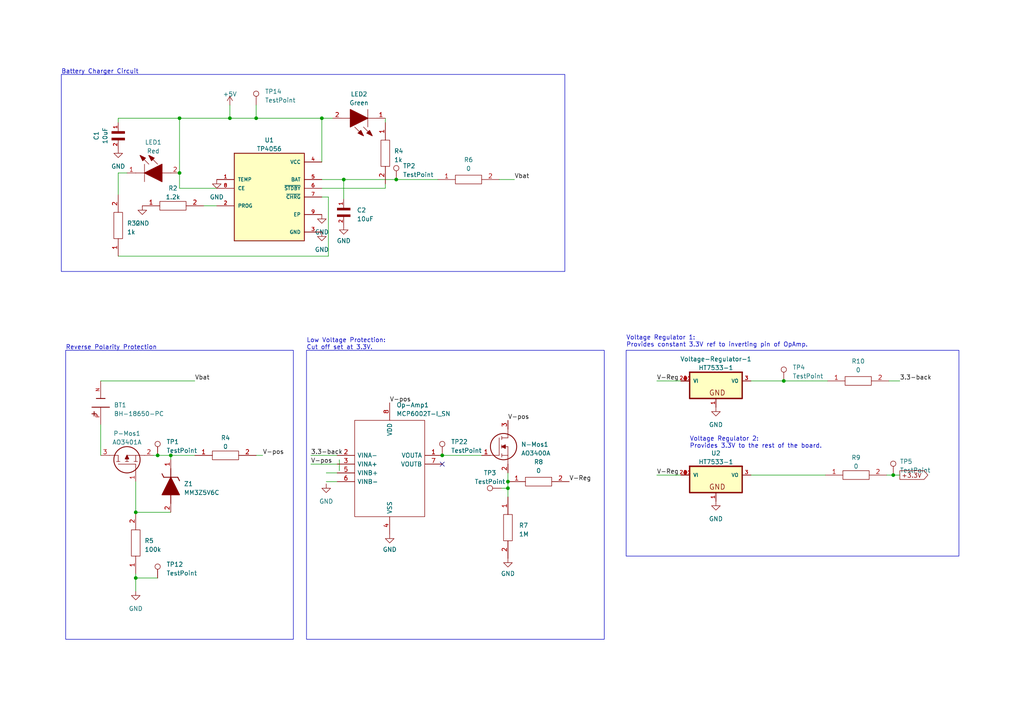
<source format=kicad_sch>
(kicad_sch (version 20230121) (generator eeschema)
  (paper "A4")
  (title_block (title "Power Schematic") (date "2023-03-11") (company "UCT") (comment 2 "EEE3088F Design Project") (comment 3 "Authour: Jake Wesselink"))
  (lib_symbols
    (symbol "0402WGF0000TCE:0402WGF0000TCE" (pin_names (offset 0.762))
      (property "Reference" "R" (at 13.97 6.35 0))
      (property "Value" "0402WGF0000TCE" (at 13.97 3.81 0))
      (symbol "0402WGF0000TCE_0_0"
        (pin passive line (at 0 0 0) (length 5.08) (name "~") (number "1"))
        (pin passive line (at 17.78 0 180) (length 5.08) (name "~") (number "2"))
      )
      (symbol "0402WGF0000TCE_0_1"
        (polyline (pts (xy 5.08 1.27) (xy 12.7 1.27) (xy 12.7 -1.27) (xy 5.08 -1.27) (xy 5.08 1.27)) (stroke (width 0.1524)))
      )
    )
    (symbol "0402WGF1001TCE:0402WGF1001TCE" (pin_names (offset 0.762))
      (property "Reference" "R" (at 13.97 6.35 0))
      (property "Value" "0402WGF1001TCE" (at 13.97 3.81 0))
      (symbol "0402WGF1001TCE_0_0"
        (pin passive line (at 0 0 0) (length 5.08) (name "~") (number "1"))
        (pin passive line (at 17.78 0 180) (length 5.08) (name "~") (number "2"))
      )
      (symbol "0402WGF1001TCE_0_1"
        (polyline (pts (xy 5.08 1.27) (xy 12.7 1.27) (xy 12.7 -1.27) (xy 5.08 -1.27) (xy 5.08 1.27)) (stroke (width 0.1524)))
      )
    )
    (symbol "0603WAF1201T5E:0603WAF1201T5E" (pin_names (offset 0.762))
      (property "Reference" "R" (at 13.97 6.35 0))
      (property "Value" "0603WAF1201T5E" (at 13.97 3.81 0))
      (symbol "0603WAF1201T5E_0_0"
        (pin passive line (at 0 0 0) (length 5.08) (name "~") (number "1"))
        (pin passive line (at 17.78 0 180) (length 5.08) (name "~") (number "2"))
      )
      (symbol "0603WAF1201T5E_0_1"
        (polyline (pts (xy 5.08 1.27) (xy 12.7 1.27) (xy 12.7 -1.27) (xy 5.08 -1.27) (xy 5.08 1.27)) (stroke (width 0.1524)))
      )
    )
    (symbol "0805W8F1004T5E:0805W8F1004T5E" (pin_names (offset 0.762))
      (property "Reference" "R" (at 13.97 6.35 0))
      (property "Value" "0805W8F1004T5E" (at 13.97 3.81 0))
      (symbol "0805W8F1004T5E_0_0"
        (pin passive line (at 0 0 0) (length 5.08) (name "~") (number "1"))
        (pin passive line (at 17.78 0 180) (length 5.08) (name "~") (number "2"))
      )
      (symbol "0805W8F1004T5E_0_1"
        (polyline (pts (xy 5.08 1.27) (xy 12.7 1.27) (xy 12.7 -1.27) (xy 5.08 -1.27) (xy 5.08 1.27)) (stroke (width 0.1524)))
      )
    )
    (symbol "1206W4F1003T5E:1206W4F1003T5E" (pin_names (offset 0.762))
      (property "Reference" "R" (at 13.97 6.35 0))
      (property "Value" "1206W4F1003T5E" (at 13.97 3.81 0))
      (symbol "1206W4F1003T5E_0_0"
        (pin passive line (at 0 0 0) (length 5.08) (name "~") (number "1"))
        (pin passive line (at 17.78 0 180) (length 5.08) (name "~") (number "2"))
      )
      (symbol "1206W4F1003T5E_0_1"
        (polyline (pts (xy 5.08 1.27) (xy 12.7 1.27) (xy 12.7 -1.27) (xy 5.08 -1.27) (xy 5.08 1.27)) (stroke (width 0.1524)))
      )
    )
    (symbol "19-217_GHC-YR1S2_3T:19-217_GHC-YR1S2_3T" (pin_names (offset 0.762))
      (property "Reference" "LED" (at 12.7 8.89 0))
      (property "Value" "19-217_GHC-YR1S2_3T" (at 12.7 6.35 0))
      (symbol "19-217_GHC-YR1S2_3T_0_0"
        (pin passive line (at 0 0 0) (length 2.54) (name "~") (number "1"))
        (pin passive line (at 15.24 0 180) (length 2.54) (name "~") (number "2"))
      )
      (symbol "19-217_GHC-YR1S2_3T_0_1"
        (polyline (pts (xy 2.54 0) (xy 5.08 0)) (stroke (width 0.1524)))
        (polyline (pts (xy 5.08 2.54) (xy 5.08 -2.54)) (stroke (width 0.1524)))
        (polyline (pts (xy 6.35 2.54) (xy 3.81 5.08)) (stroke (width 0.1524)))
        (polyline (pts (xy 8.89 2.54) (xy 6.35 5.08)) (stroke (width 0.1524)))
        (polyline (pts (xy 10.16 0) (xy 12.7 0)) (stroke (width 0.1524)))
        (polyline (pts (xy 5.08 0) (xy 10.16 2.54) (xy 10.16 -2.54) (xy 5.08 0)) (stroke (width 0.254)) (fill (type outline)))
        (polyline (pts (xy 5.334 4.318) (xy 4.572 3.556) (xy 3.81 5.08) (xy 5.334 4.318)) (stroke (width 0.254)) (fill (type outline)))
        (polyline (pts (xy 7.874 4.318) (xy 7.112 3.556) (xy 6.35 5.08) (xy 7.874 4.318)) (stroke (width 0.254)) (fill (type outline)))
      )
    )
    (symbol "AO3400A:AO3400A" (pin_names (offset 0.762))
      (property "Reference" "Q" (at 11.43 3.81 0))
      (property "Value" "AO3400A" (at 11.43 1.27 0))
      (symbol "AO3400A_0_0"
        (pin passive line (at 0 0 0) (length 2.54) (name "~") (number "1"))
        (pin passive line (at 7.62 -5.08 90) (length 2.54) (name "~") (number "2"))
        (pin passive line (at 7.62 10.16 270) (length 2.54) (name "~") (number "3"))
      )
      (symbol "AO3400A_0_1"
        (polyline (pts (xy 5.842 -0.508) (xy 5.842 0.508)) (stroke (width 0.1524)))
        (polyline (pts (xy 5.842 0) (xy 7.62 0)) (stroke (width 0.1524)))
        (polyline (pts (xy 5.842 2.032) (xy 5.842 3.048)) (stroke (width 0.1524)))
        (polyline (pts (xy 5.842 5.588) (xy 5.842 4.572)) (stroke (width 0.1524)))
        (polyline (pts (xy 7.62 2.54) (xy 5.842 2.54)) (stroke (width 0.1524)))
        (polyline (pts (xy 7.62 2.54) (xy 7.62 -2.54)) (stroke (width 0.1524)))
        (polyline (pts (xy 7.62 5.08) (xy 5.842 5.08)) (stroke (width 0.1524)))
        (polyline (pts (xy 7.62 5.08) (xy 7.62 7.62)) (stroke (width 0.1524)))
        (polyline (pts (xy 2.54 0) (xy 5.08 0) (xy 5.08 5.08)) (stroke (width 0.1524)))
        (polyline (pts (xy 5.842 2.54) (xy 6.858 3.048) (xy 6.858 2.032) (xy 5.842 2.54)) (stroke (width 0.254)) (fill (type outline)))
        (circle (center 6.35 2.54) (radius 3.81) (stroke (width 0.254)))
      )
    )
    (symbol "AO3401A:AO3401A" (pin_names (offset 0.762))
      (property "Reference" "Q" (at 11.43 3.81 0))
      (property "Value" "AO3401A" (at 11.43 1.27 0))
      (symbol "AO3401A_0_0"
        (pin passive line (at 0 0 0) (length 2.54) (name "~") (number "1"))
        (pin passive line (at 7.62 -5.08 90) (length 2.54) (name "~") (number "2"))
        (pin passive line (at 7.62 10.16 270) (length 2.54) (name "~") (number "3"))
      )
      (symbol "AO3401A_0_1"
        (polyline (pts (xy 5.842 -0.508) (xy 5.842 0.508)) (stroke (width 0.1524)))
        (polyline (pts (xy 5.842 0) (xy 7.62 0)) (stroke (width 0.1524)))
        (polyline (pts (xy 5.842 2.032) (xy 5.842 3.048)) (stroke (width 0.1524)))
        (polyline (pts (xy 5.842 5.588) (xy 5.842 4.572)) (stroke (width 0.1524)))
        (polyline (pts (xy 7.62 2.54) (xy 5.842 2.54)) (stroke (width 0.1524)))
        (polyline (pts (xy 7.62 2.54) (xy 7.62 -2.54)) (stroke (width 0.1524)))
        (polyline (pts (xy 7.62 5.08) (xy 5.842 5.08)) (stroke (width 0.1524)))
        (polyline (pts (xy 7.62 5.08) (xy 7.62 7.62)) (stroke (width 0.1524)))
        (polyline (pts (xy 2.54 0) (xy 5.08 0) (xy 5.08 5.08)) (stroke (width 0.1524)))
        (polyline (pts (xy 7.62 2.54) (xy 6.604 3.048) (xy 6.604 2.032) (xy 7.62 2.54)) (stroke (width 0.254)) (fill (type outline)))
        (circle (center 6.35 2.54) (radius 3.81) (stroke (width 0.254)))
      )
    )
    (symbol "BH-18650-PC:BH-18650-PC" (pin_names (offset 1.016))
      (property "Reference" "BT" (at -3.81 3.81 0))
      (property "Value" "BH-18650-PC" (at -3.81 -5.08 0))
      (symbol "BH-18650-PC_0_0"
        (polyline (pts (xy -5.08 1.905) (xy -3.81 1.905)) (stroke (width 0.254)))
        (polyline (pts (xy -4.445 2.54) (xy -4.445 1.27)) (stroke (width 0.254)))
        (polyline (pts (xy -2.54 2.54) (xy -2.54 -2.54)) (stroke (width 0.254)))
        (polyline (pts (xy 0 1.27) (xy 0 -1.27)) (stroke (width 0.254)))
        (pin passive line (at 5.08 0 180) (length 5.08) (name "~") (number "N"))
        (pin passive line (at -7.62 0 0) (length 5.08) (name "~") (number "P"))
      )
    )
    (symbol "CL10A106KP8NNNC:CL10A106KP8NNNC" (pin_names (offset 1.016))
      (property "Reference" "C" (at 0 3.81 0))
      (property "Value" "CL10A106KP8NNNC" (at 0 -5.08 0))
      (symbol "CL10A106KP8NNNC_0_0"
        (rectangle (start 0 -1.905) (end 0.635 1.905) (stroke (width 0.1)) (fill (type outline)))
        (rectangle (start 1.905 -1.905) (end 2.54 1.905) (stroke (width 0.1)) (fill (type outline)))
        (pin passive line (at 5.08 0 180) (length 2.54) (name "~") (number "1"))
        (pin passive line (at -2.54 0 0) (length 2.54) (name "~") (number "2"))
      )
    )
    (symbol "Connector:TestPoint" (pin_numbers hide) (pin_names (offset 0.762) hide)
      (property "Reference" "TP" (at 0 6.858 0))
      (property "Value" "TestPoint" (at 0 5.08 0))
      (symbol "TestPoint_0_1"
        (circle (center 0 3.302) (radius 0.762))
      )
      (symbol "TestPoint_1_1"
        (pin passive line (at 0 0 90) (length 2.54) (name "1") (number "1"))
      )
    )
    (symbol "HT7533-1:HT7533-1" (pin_names (offset 1.016))
      (property "Reference" "U" (at -7.6228 8.2581 0))
      (property "Value" "HT7533-1" (at -7.6342 5.7256 0))
      (symbol "HT7533-1_0_0"
        (rectangle (start -7.62 -2.54) (end 7.62 5.08) (stroke (width 0.4064)) (fill (type background)))
        (polyline (pts (xy 7.62 5.08) (xy -7.62 5.08)) (stroke (width 0.4064)))
        (text "GND" (at -2.036 -1.7815 0) (effects (font (size 1.527 1.527)) (justify left bottom)))
        (pin passive line (at 0 -5.08 90) (length 2.54) (name "~") (number "1"))
        (pin input line (at -10.16 2.54 0) (length 2.54) (name "VI") (number "2"))
        (pin input line (at -10.16 2.54 0) (length 2.54) (name "VI") (number "2@1"))
        (pin passive line (at 10.16 2.54 180) (length 2.54) (name "VO") (number "3"))
      )
    )
    (symbol "KT-0603R:KT-0603R" (pin_names (offset 0.762))
      (property "Reference" "LED" (at 12.7 8.89 0))
      (property "Value" "KT-0603R" (at 12.7 6.35 0))
      (symbol "KT-0603R_0_0"
        (pin passive line (at 0 0 0) (length 2.54) (name "~") (number "1"))
        (pin passive line (at 15.24 0 180) (length 2.54) (name "~") (number "2"))
      )
      (symbol "KT-0603R_0_1"
        (polyline (pts (xy 2.54 0) (xy 5.08 0)) (stroke (width 0.1524)))
        (polyline (pts (xy 5.08 2.54) (xy 5.08 -2.54)) (stroke (width 0.1524)))
        (polyline (pts (xy 6.35 2.54) (xy 3.81 5.08)) (stroke (width 0.1524)))
        (polyline (pts (xy 8.89 2.54) (xy 6.35 5.08)) (stroke (width 0.1524)))
        (polyline (pts (xy 10.16 0) (xy 12.7 0)) (stroke (width 0.1524)))
        (polyline (pts (xy 5.08 0) (xy 10.16 2.54) (xy 10.16 -2.54) (xy 5.08 0)) (stroke (width 0.254)) (fill (type outline)))
        (polyline (pts (xy 5.334 4.318) (xy 4.572 3.556) (xy 3.81 5.08) (xy 5.334 4.318)) (stroke (width 0.254)) (fill (type outline)))
        (polyline (pts (xy 7.874 4.318) (xy 7.112 3.556) (xy 6.35 5.08) (xy 7.874 4.318)) (stroke (width 0.254)) (fill (type outline)))
      )
    )
    (symbol "MCP6002T-I_SN:MCP6002T-I_SN" (pin_names (offset 0.762))
      (property "Reference" "IC" (at 26.67 15.24 0))
      (property "Value" "MCP6002T-I_SN" (at 26.67 12.7 0))
      (symbol "MCP6002T-I_SN_0_0"
        (pin passive line (at 30.48 0 180) (length 5.08) (name "VOUTA") (number "1"))
        (pin passive line (at 0 0 0) (length 5.08) (name "VINA-") (number "2"))
        (pin passive line (at 0 -2.54 0) (length 5.08) (name "VINA+") (number "3"))
        (pin passive line (at 15.24 -22.86 90) (length 5.08) (name "VSS") (number "4"))
        (pin passive line (at 0 -5.08 0) (length 5.08) (name "VINB+") (number "5"))
        (pin passive line (at 0 -7.62 0) (length 5.08) (name "VINB-") (number "6"))
        (pin passive line (at 30.48 -2.54 180) (length 5.08) (name "VOUTB") (number "7"))
        (pin passive line (at 15.24 15.24 270) (length 5.08) (name "VDD") (number "8"))
      )
      (symbol "MCP6002T-I_SN_0_1"
        (polyline (pts (xy 5.08 10.16) (xy 25.4 10.16) (xy 25.4 -17.78) (xy 5.08 -17.78) (xy 5.08 10.16)) (stroke (width 0.1524)))
      )
    )
    (symbol "MM3Z5V6C:MM3Z5V6C" (pin_names hide)
      (property "Reference" "Z" (at 10.16 8.89 0))
      (property "Value" "MM3Z5V6C" (at 10.16 6.35 0))
      (symbol "MM3Z5V6C_1_1"
        (polyline (pts (xy 2.54 0) (xy 5.08 0)) (stroke (width 0.254)))
        (polyline (pts (xy 4.064 -2.54) (xy 5.08 -2.032)) (stroke (width 0.254)))
        (polyline (pts (xy 5.08 2.032) (xy 5.08 -2.032)) (stroke (width 0.254)))
        (polyline (pts (xy 5.08 2.032) (xy 6.096 2.54)) (stroke (width 0.254)))
        (polyline (pts (xy 12.7 0) (xy 10.16 0)) (stroke (width 0.254)))
        (polyline (pts (xy 5.08 0) (xy 10.16 2.54) (xy 10.16 -2.54) (xy 5.08 0)) (stroke (width 0.254)) (fill (type outline)))
        (pin passive line (at 0 0 0) (length 2.54) (name "K") (number "1"))
        (pin passive line (at 15.24 0 180) (length 2.54) (name "A") (number "2"))
      )
    )
    (symbol "TP4056:TP4056" (pin_names (offset 1.016))
      (property "Reference" "U" (at -10.16 13.208 0))
      (property "Value" "TP4056" (at -10.16 -15.24 0))
      (symbol "TP4056_0_0"
        (rectangle (start -10.16 -12.7) (end 10.16 12.7) (stroke (width 0.254)) (fill (type background)))
        (pin input line (at -15.24 5.08 0) (length 5.08) (name "TEMP") (number "1"))
        (pin bidirectional line (at -15.24 -2.54 0) (length 5.08) (name "PROG") (number "2"))
        (pin power_in line (at 15.24 -10.16 180) (length 5.08) (name "GND") (number "3"))
        (pin power_in line (at 15.24 10.16 180) (length 5.08) (name "VCC") (number "4"))
        (pin output line (at 15.24 5.08 180) (length 5.08) (name "BAT") (number "5"))
        (pin output line (at 15.24 2.54 180) (length 5.08) (name "~{STDBY}") (number "6"))
        (pin output line (at 15.24 0 180) (length 5.08) (name "~{CHRG}") (number "7"))
        (pin input line (at -15.24 2.54 0) (length 5.08) (name "CE") (number "8"))
        (pin passive line (at 15.24 -5.08 180) (length 5.08) (name "EP") (number "9"))
      )
    )
    (symbol "my 1k:0603WAF1001T5E" (pin_names (offset 0.762))
      (property "Reference" "R" (at 13.97 6.35 0))
      (property "Value" "0603WAF1001T5E" (at 13.97 3.81 0))
      (symbol "0603WAF1001T5E_0_0"
        (pin passive line (at 0 0 0) (length 5.08) (name "~") (number "1"))
        (pin passive line (at 17.78 0 180) (length 5.08) (name "~") (number "2"))
      )
      (symbol "0603WAF1001T5E_0_1"
        (polyline (pts (xy 5.08 1.27) (xy 12.7 1.27) (xy 12.7 -1.27) (xy 5.08 -1.27) (xy 5.08 1.27)) (stroke (width 0.1524)))
      )
    )
    (symbol "power:+5V" (power) (pin_names (offset 0))
      (property "Value" "+5V" (at 0 3.556 0))
      (symbol "+5V_0_1"
        (polyline (pts (xy -0.762 1.27) (xy 0 2.54)))
        (polyline (pts (xy 0 0) (xy 0 2.54)))
        (polyline (pts (xy 0 2.54) (xy 0.762 1.27)))
      )
      (symbol "+5V_1_1"
        (pin power_in line (at 0 0 90) (length 0) hide (name "+5V") (number "1"))
      )
    )
    (symbol "power:GND" (power) (pin_names (offset 0))
      (property "Value" "GND" (at 0 -3.81 0))
      (symbol "GND_0_1"
        (polyline (pts (xy 0 0) (xy 0 -1.27) (xy 1.27 -1.27) (xy 0 -2.54) (xy -1.27 -1.27) (xy 0 -1.27)))
      )
      (symbol "GND_1_1"
        (pin power_in line (at 0 0 270) (length 0) hide (name "GND") (number "1"))
      )
    )
  )
  (junction (at 147.32 141.605))
  (junction (at 52.07 34.29))
  (junction (at 39.37 148.59))
  (junction (at 259.08 137.795))
  (junction (at 227.33 110.49))
  (junction (at 128.27 132.08))
  (junction (at 66.675 34.29))
  (junction (at 114.935 52.07))
  (junction (at 74.295 34.29))
  (junction (at 93.345 34.29))
  (junction (at 99.695 52.07))
  (junction (at 39.37 167.64))
  (junction (at 52.07 50.165))
  (junction (at 147.32 139.7))
  (junction (at 45.72 132.08))
  (junction (at 49.53 132.08))
  (no_connect (at 128.27 134.62))
  (wire (pts (xy 36.83 50.165) (xy 34.29 50.165)))
  (wire (pts (xy 39.37 167.64) (xy 45.72 167.64)))
  (wire (pts (xy 217.805 137.795) (xy 239.395 137.795)))
  (wire (pts (xy 34.29 74.295) (xy 95.25 74.295)))
  (wire (pts (xy 90.17 134.62) (xy 97.79 134.62)))
  (wire (pts (xy 52.07 34.29) (xy 52.07 50.165)))
  (wire (pts (xy 39.37 139.7) (xy 39.37 148.59)))
  (wire (pts (xy 257.175 137.795) (xy 259.08 137.795)))
  (wire (pts (xy 44.45 132.08) (xy 45.72 132.08)))
  (wire (pts (xy 49.53 132.08) (xy 56.515 132.08)))
  (wire (pts (xy 240.03 110.49) (xy 227.33 110.49)))
  (wire (pts (xy 259.08 137.795) (xy 260.985 137.795)))
  (wire (pts (xy 114.935 52.07) (xy 127 52.07)))
  (wire (pts (xy 190.5 110.49) (xy 197.485 110.49)))
  (wire (pts (xy 95.25 74.295) (xy 95.25 57.15)))
  (wire (pts (xy 74.295 132.08) (xy 76.2 132.08)))
  (wire (pts (xy 111.76 53.34) (xy 111.76 54.61)))
  (wire (pts (xy 97.79 137.16) (xy 94.615 137.16)))
  (wire (pts (xy 29.21 123.19) (xy 29.21 132.08)))
  (wire (pts (xy 111.76 34.29) (xy 111.76 35.56)))
  (wire (pts (xy 74.295 34.29) (xy 93.345 34.29)))
  (wire (pts (xy 98.425 133.35) (xy 98.425 136.525)))
  (wire (pts (xy 147.32 141.605) (xy 147.32 144.145)))
  (wire (pts (xy 74.295 30.48) (xy 74.295 34.29)))
  (wire (pts (xy 45.72 132.08) (xy 49.53 132.08)))
  (wire (pts (xy 260.985 110.49) (xy 257.81 110.49)))
  (wire (pts (xy 93.345 34.29) (xy 96.52 34.29)))
  (wire (pts (xy 93.345 54.61) (xy 111.76 54.61)))
  (wire (pts (xy 93.345 34.29) (xy 93.345 46.99)))
  (wire (pts (xy 95.25 57.15) (xy 93.345 57.15)))
  (wire (pts (xy 128.27 132.08) (xy 139.7 132.08)))
  (wire (pts (xy 52.07 34.29) (xy 34.29 34.29)))
  (wire (pts (xy 147.32 139.7) (xy 147.32 141.605)))
  (wire (pts (xy 66.675 34.29) (xy 74.295 34.29)))
  (wire (pts (xy 39.37 148.59) (xy 49.53 148.59)))
  (wire (pts (xy 59.055 59.69) (xy 62.865 59.69)))
  (wire (pts (xy 34.29 34.29) (xy 34.29 35.56)))
  (wire (pts (xy 93.345 52.07) (xy 99.695 52.07)))
  (wire (pts (xy 227.33 110.49) (xy 217.805 110.49)))
  (wire (pts (xy 39.37 167.64) (xy 39.37 171.45)))
  (wire (pts (xy 34.29 50.165) (xy 34.29 56.515)))
  (wire (pts (xy 145.415 141.605) (xy 147.32 141.605)))
  (wire (pts (xy 94.615 139.7) (xy 97.79 139.7)))
  (wire (pts (xy 147.32 137.16) (xy 147.32 139.7)))
  (wire (pts (xy 66.675 30.48) (xy 66.675 34.29)))
  (wire (pts (xy 49.53 132.08) (xy 49.53 133.35)))
  (wire (pts (xy 56.515 110.49) (xy 29.21 110.49)))
  (wire (pts (xy 52.07 34.29) (xy 66.675 34.29)))
  (wire (pts (xy 90.17 132.08) (xy 97.79 132.08)))
  (wire (pts (xy 39.37 166.37) (xy 39.37 167.64)))
  (wire (pts (xy 99.695 52.07) (xy 114.935 52.07)))
  (wire (pts (xy 62.865 54.61) (xy 52.07 54.61)))
  (wire (pts (xy 99.695 52.07) (xy 99.695 57.785)))
  (wire (pts (xy 52.07 54.61) (xy 52.07 50.165)))
  (wire (pts (xy 190.5 137.795) (xy 197.485 137.795)))
  (wire (pts (xy 144.78 52.07) (xy 149.225 52.07)))
  (rectangle (start 19.05 101.6) (end 85.09 185.42))
  (rectangle (start 17.78 21.59) (end 163.83 78.74))
  (rectangle (start 88.9 101.6) (end 175.26 185.42))
  (rectangle (start 181.61 101.6) (end 278.13 161.29))
  (text "Low Voltage Protection: \nCut off set at 3.3V.\n" (at 88.9 101.6 0) (effects (font (size 1.27 1.27)) (justify left bottom)))
  (text "Reverse Polarity Protection\n" (at 19.05 101.6 0) (effects (font (size 1.27 1.27)) (justify left bottom)))
  (text "Voltage Regulator 2:\nProvides 3.3V to the rest of the board.\n" (at 200.025 130.175 0) (effects (font (size 1.27 1.27)) (justify left bottom)))
  (text "Voltage Regulator 1:\nProvides constant 3.3V ref to inverting pin of OpAmp.\n\n" (at 181.61 102.87 0) (effects (font (size 1.27 1.27)) (justify left bottom)))
  (text "Battery Charger Circuit" (at 17.78 21.59 0) (effects (font (size 1.27 1.27)) (justify left bottom)))
  (label "Vbat" (at 149.225 52.07 0))
  (label "V-Reg" (at 190.5 137.795 0))
  (label "3.3-back" (at 90.17 132.08 0))
  (label "V-pos" (at 113.03 116.84 0))
  (label "V-pos" (at 90.17 134.62 0))
  (label "V-Reg" (at 190.5 110.49 0))
  (label "V-Reg" (at 165.1 139.7 0))
  (label "V-pos" (at 147.32 121.92 0))
  (label "V-pos" (at 76.2 132.08 0))
  (label "Vbat" (at 56.515 110.49 0))
  (label "3.3-back" (at 260.985 110.49 0))
  (global_label "+3.3V" (shape output) (at 260.985 137.795 0) (property "Intersheetrefs" "${INTERSHEET_REFS}" (effects hide)))
  (symbol (lib_id "power:GND") (at 207.645 118.11 0) (unit 1)
    (property "Reference" "#PWR012" (effects hide))
    (property "Value" "GND" (at 207.645 123.19 0))
  )
  (symbol (lib_id "power:GND") (at 39.37 171.45 0) (unit 1)
    (property "Reference" "#PWR07" (effects hide))
    (property "Value" "GND" (at 39.37 176.53 0))
  )
  (symbol (lib_id "power:GND") (at 93.345 67.31 0) (unit 1)
    (property "Reference" "#PWR05" (effects hide))
    (property "Value" "GND" (at 93.345 72.39 0))
  )
  (symbol (lib_id "0805W8F1004T5E:0805W8F1004T5E") (at 147.32 144.145 270) (unit 1)
    (property "Reference" "R7" (at 150.495 152.4 90) (effects (justify left)))
    (property "Value" "1M" (at 150.495 154.94 90) (effects (justify left)))
    (property "Footprint" "Resistor_SMD:R_0805_2012Metric" (effects hide))
    (property "Datasheet" "https://datasheet.lcsc.com/lcsc/2206010200_UNI-ROYAL-Uniroyal-Elec-0805W8F1004T5E_C17514.pdf" (effects hide))
    (property "Description" "1M Resistor 0805" (effects hide))
    (property "Height" "0.65" (effects hide))
    (property "Manufacturer_Name" "UniOhm" (effects hide))
    (property "Manufacturer_Part_Number" "0805W8F1004T5E" (effects hide))
    (property "Price" "0.0016" (effects hide))
    (property "Extended" "0" (effects hide))
    (property "JLC Part Number" "C17514" (effects hide))
  )
  (symbol (lib_id "HT7533-1:HT7533-1") (at 207.645 113.03 0) (unit 1)
    (property "Reference" "Voltage-Regulator-1" (at 207.645 104.14 0))
    (property "Value" "HT7533-1" (at 207.645 106.68 0))
    (property "Footprint" "HT7533-1:SOT89" (effects hide))
    (property "Datasheet" "https://datasheet.lcsc.com/lcsc/1811062113_Holtek-Semicon-HT7533-1_C14289.pdf" (effects hide))
    (property "Price" "0.1279" (effects hide))
    (property "Extended" "0" (effects hide))
    (property "Manufacturer_Part_Number" "HT7533-1" (effects hide))
    (property "Description" "Voltage Regulator" (effects hide))
    (property "JLC Part Number" "C14289" (effects hide))
  )
  (symbol (lib_id "HT7533-1:HT7533-1") (at 207.645 140.335 0) (unit 1)
    (property "Reference" "U2" (at 207.645 131.445 0))
    (property "Value" "HT7533-1" (at 207.645 133.985 0))
    (property "Footprint" "HT7533-1:SOT89" (effects hide))
    (property "Datasheet" "https://datasheet.lcsc.com/lcsc/1811062113_Holtek-Semicon-HT7533-1_C14289.pdf" (effects hide))
    (property "Price" "0.1279" (effects hide))
    (property "Extended" "0" (effects hide))
    (property "Manufacturer_Part_Number" "HT7533-1" (effects hide))
    (property "Description" "Voltage Regulator" (effects hide))
    (property "JLC Part Number" "C14289" (effects hide))
  )
  (symbol (lib_id "power:GND") (at 99.695 65.405 0) (unit 1)
    (property "Reference" "#PWR06" (effects hide))
    (property "Value" "GND" (at 99.695 69.85 0))
  )
  (symbol (lib_id "1206W4F1003T5E:1206W4F1003T5E") (at 39.37 166.37 90) (unit 1)
    (property "Reference" "R5" (at 41.91 156.845 90) (effects (justify right)))
    (property "Value" "100k" (at 41.91 159.385 90) (effects (justify right)))
    (property "Footprint" "Resistor_SMD:R_0805_2012Metric" (effects hide))
    (property "Datasheet" "https://datasheet.lcsc.com/lcsc/2206010145_UNI-ROYAL-Uniroyal-Elec-1206W4F1003T5E_C17900.pdf" (effects hide))
    (property "Description" "100k Resistor 0805" (effects hide))
    (property "Height" "0.65" (effects hide))
    (property "Manufacturer_Name" "Uniroyal Elec" (effects hide))
    (property "Manufacturer_Part_Number" "0805W8F1003T5E" (effects hide))
    (property "Price" "0.0017" (effects hide))
    (property "Extended" "0" (effects hide))
    (property "JLC Part Number" "C149504" (effects hide))
  )
  (symbol (lib_id "0402WGF1001TCE:0402WGF1001TCE") (at 111.76 35.56 270) (unit 1)
    (property "Reference" "R4" (at 114.3 43.815 90) (effects (justify left)))
    (property "Value" "1k" (at 114.3 46.355 90) (effects (justify left)))
    (property "Footprint" "Resistor_SMD:R_0805_2012Metric" (effects hide))
    (property "Datasheet" "https://datasheet.lcsc.com/szlcsc/Uniroyal-Elec-0603WAF1001T5E_C21190.pdf" (effects hide))
    (property "Description" "1k Resistor 0805" (effects hide))
    (property "Height" "0.4" (effects hide))
    (property "Manufacturer_Name" "UNI-ROYAL(Uniroyal Elec)" (effects hide))
    (property "Manufacturer_Part_Number" "0805W8F1001T5E" (effects hide))
    (property "Price" "0.0021" (effects hide))
    (property "Extended" "0" (effects hide))
    (property "JLC Part Number" "C17513" (effects hide))
  )
  (symbol (lib_id "power:GND") (at 62.865 52.07 0) (unit 1)
    (property "Reference" "#PWR03" (effects hide))
    (property "Value" "GND" (at 62.865 57.15 0))
  )
  (symbol (lib_id "AO3400A:AO3400A") (at 139.7 132.08 0) (unit 1)
    (property "Reference" "N-Mos1" (at 151.13 128.905 0) (effects (justify left)))
    (property "Value" "AO3400A" (at 151.13 131.445 0) (effects (justify left)))
    (property "Footprint" "MyNmos:SOT95P280X125-3N" (effects hide))
    (property "Datasheet" "https://datasheet.lcsc.com/lcsc/1811081213_Alpha---Omega-Semicon-AO3400A_C20917.pdf" (effects hide))
    (property "Description" "30V N-Channel MOSFET" (effects hide))
    (property "Height" "1.25" (effects hide))
    (property "Manufacturer_Name" "Alpha & Omega Semiconductors" (effects hide))
    (property "Manufacturer_Part_Number" "AO3400A" (effects hide))
    (property "Arrow Part Number" "AO3400A" (effects hide))
    (property "Arrow Price/Stock" "https://www.arrow.com/en/products/ao3400a/alpha-and-omega-semiconductor?region=europe" (effects hide))
    (property "Price" "0.0787" (effects hide))
    (property "Extended" "0" (effects hide))
    (property "JLC Part Number" "C20917" (effects hide))
  )
  (symbol (lib_id "power:GND") (at 147.32 161.925 0) (unit 1)
    (property "Reference" "#PWR011" (effects hide))
    (property "Value" "GND" (at 147.32 166.37 0))
  )
  (symbol (lib_id "power:GND") (at 113.03 154.94 0) (unit 1)
    (property "Reference" "#PWR010" (effects hide))
    (property "Value" "GND" (at 113.03 159.385 0))
  )
  (symbol (lib_id "0402WGF0000TCE:0402WGF0000TCE") (at 239.395 137.795 0) (unit 1)
    (property "Reference" "R9" (at 248.285 132.715 0))
    (property "Value" "0" (at 248.285 135.255 0))
    (property "Footprint" "Resistor_SMD:R_0805_2012Metric" (effects hide))
    (property "Datasheet" "https://www.mouser.in/datasheet/2/1365/1-3044649.pdf" (effects hide))
    (property "Description" "0 Resistor 0805" (effects hide))
    (property "Height" "0.4" (effects hide))
    (property "Manufacturer_Name" "ROYALOHM" (effects hide))
    (property "Manufacturer_Part_Number" "0805W8F0000T5E" (effects hide))
    (property "Mouser Part Number" "303-0402WGF0000TCE" (effects hide))
    (property "Mouser Price/Stock" "https://www.mouser.co.uk/ProductDetail/Royalohm/0402WGF0000TCE?qs=e8oIoAS2J1QQohiDIE5NFA%3D%3D" (effects hide))
    (property "Extended" "0" (effects hide))
    (property "Price" "0.0022" (effects hide))
    (property "JLC Part Number" "C17477" (effects hide))
  )
  (symbol (lib_id "Connector:TestPoint") (at 45.72 167.64 0) (unit 1)
    (property "Reference" "TP12" (at 48.26 163.703 0) (effects (justify left)))
    (property "Value" "TestPoint" (at 48.26 166.243 0) (effects (justify left)))
    (property "Footprint" "TestPoint:TestPoint_Pad_2.0x2.0mm" (effects hide))
    (property "Price" "0" (effects hide))
    (property "Extended" "0" (effects hide))
    (property "Manufacturer_Part_Number" "DNP" (effects hide))
    (property "Description" "Test Point" (effects hide))
    (property "JLC Part Number" "DNP" (effects hide))
  )
  (symbol (lib_id "CL10A106KP8NNNC:CL10A106KP8NNNC") (at 34.29 40.64 90) (unit 1)
    (property "Reference" "C1" (at 27.94 39.37 0))
    (property "Value" "10uF" (at 30.48 39.37 0))
    (property "Footprint" "Capacitor_SMD:C_0805_2012Metric" (effects hide))
    (property "Datasheet" "https://datasheet.lcsc.com/lcsc/1810191219_Samsung-Electro-Mechanics-CL10A106KP8NNNC_C19702.pdf" (effects hide))
    (property "Price" "0.0131" (effects hide))
    (property "Extended" "0" (effects hide))
    (property "Description" "10uF Cap 0805" (effects hide))
    (property "Manufacturer_Part_Number" "CL21A106KAYNNNE" (effects hide))
    (property "JLC Part Number" "C15850" (effects hide))
  )
  (symbol (lib_id "power:+5V") (at 66.675 30.48 0) (unit 1)
    (property "Reference" "#PWR045" (effects hide))
    (property "Value" "+5V" (at 66.675 27.305 0))
  )
  (symbol (lib_id "MM3Z5V6C:MM3Z5V6C") (at 49.53 133.35 270) (unit 1)
    (property "Reference" "Z1" (at 53.34 140.335 90) (effects (justify left)))
    (property "Value" "MM3Z5V6C" (at 53.34 142.875 90) (effects (justify left)))
    (property "Footprint" "MyZener:SODFL2513X100N" (effects hide))
    (property "Datasheet" "https://ms.componentsearchengine.com/Datasheets/2/MM3Z5V6C.pdf" (effects hide))
    (property "Height" "1" (effects hide))
    (property "Manufacturer_Name" "onsemi" (effects hide))
    (property "Manufacturer_Part_Number" "MM3Z5V6" (effects hide))
    (property "Mouser Part Number" "512-MM3Z5V6C" (effects hide))
    (property "Mouser Price/Stock" "https://www.mouser.co.uk/ProductDetail/onsemi-Fairchild/MM3Z5V6C?qs=rXqtSHp76q6mZxise9dftg%3D%3D" (effects hide))
    (property "Arrow Part Number" "MM3Z5V6C" (effects hide))
    (property "Arrow Price/Stock" "https://www.arrow.com/en/products/mm3z5v6c/on-semiconductor?region=nac" (effects hide))
    (property "Description" "Zener diode" (effects hide))
    (property "Extended" "1" (effects hide))
    (property "JLC Part Number" "C48886" (effects hide))
    (property "Price" "0.0182" (effects hide))
  )
  (symbol (lib_id "Connector:TestPoint") (at 114.935 52.07 0) (unit 1)
    (property "Reference" "TP2" (at 116.84 48.133 0) (effects (justify left)))
    (property "Value" "TestPoint" (at 116.84 50.673 0) (effects (justify left)))
    (property "Footprint" "TestPoint:TestPoint_Pad_2.0x2.0mm" (effects hide))
    (property "Price" "0" (effects hide))
    (property "Extended" "0" (effects hide))
    (property "Manufacturer_Part_Number" "DNP" (effects hide))
    (property "Description" "Test Point" (effects hide))
    (property "JLC Part Number" "DNP" (effects hide))
  )
  (symbol (lib_id "power:GND") (at 93.345 62.23 0) (unit 1)
    (property "Reference" "#PWR04" (effects hide))
    (property "Value" "GND" (at 93.345 67.31 0))
  )
  (symbol (lib_id "Connector:TestPoint") (at 128.27 132.08 0) (unit 1)
    (property "Reference" "TP22" (at 130.81 128.143 0) (effects (justify left)))
    (property "Value" "TestPoint" (at 130.81 130.683 0) (effects (justify left)))
    (property "Footprint" "TestPoint:TestPoint_Pad_2.0x2.0mm" (effects hide))
    (property "Description" "Test Point" (effects hide))
    (property "Extended" "0" (effects hide))
    (property "JLC Part Number" "DNP" (effects hide))
    (property "Price" "0" (effects hide))
    (property "Manufacturer_Part_Number" "DNP" (effects hide))
  )
  (symbol (lib_id "KT-0603R:KT-0603R") (at 36.83 50.165 0) (unit 1)
    (property "Reference" "LED1" (at 44.45 41.275 0))
    (property "Value" "Red" (at 44.45 43.815 0))
    (property "Footprint" "MyRedLED:LEDC1608X70N" (effects hide))
    (property "Datasheet" "https://datasheet.lcsc.com/szlcsc/Hubei-KENTO-Elec-KT-0603R_C2286.pdf" (effects hide))
    (property "Description" "Red LED" (effects hide))
    (property "Height" "0.7" (effects hide))
    (property "Manufacturer_Name" "Hubei KENTO Elec" (effects hide))
    (property "Manufacturer_Part_Number" "KT-0603R" (effects hide))
    (property "Price" "0.0054" (effects hide))
    (property "Extended" "0" (effects hide))
    (property "JLC Part Number" "C2286" (effects hide))
  )
  (symbol (lib_id "BH-18650-PC:BH-18650-PC") (at 29.21 115.57 90) (unit 1)
    (property "Reference" "BT1" (at 33.02 117.475 90) (effects (justify right)))
    (property "Value" "BH-18650-PC" (at 33.02 120.015 90) (effects (justify right)))
    (property "Footprint" "BH-18650-PC:BAT_BH-18650-PC" (effects hide))
    (property "Datasheet" "-" (effects hide))
    (property "MANUFACTURER" "MPD" (effects hide))
    (property "STANDARD" "Manufacturer Recommendation" (effects hide))
    (property "PARTREV" "05/17/19" (effects hide))
    (property "MAXIMUM_PACKAGE_HEIGHT" "21.31mm" (effects hide))
    (property "Price" "0" (effects hide))
    (property "Extended" "0" (effects hide))
    (property "Description" "Battery Holder" (effects hide))
    (property "Manufacturer_Part_Number" "DNP" (effects hide))
    (property "JLC Part Number" "DNP" (effects hide))
  )
  (symbol (lib_id "power:GND") (at 34.29 43.18 0) (unit 1)
    (property "Reference" "#PWR01" (effects hide))
    (property "Value" "GND" (at 34.29 48.26 0))
  )
  (symbol (lib_id "Connector:TestPoint") (at 145.415 141.605 90) (unit 1)
    (property "Reference" "TP3" (at 142.113 137.16 90))
    (property "Value" "TestPoint" (at 142.113 139.7 90))
    (property "Footprint" "TestPoint:TestPoint_Pad_2.0x2.0mm" (effects hide))
    (property "Price" "0" (effects hide))
    (property "Extended" "0" (effects hide))
    (property "Manufacturer_Part_Number" "DNP" (effects hide))
    (property "Description" "Test Point" (effects hide))
    (property "JLC Part Number" "DNP" (effects hide))
  )
  (symbol (lib_id "0402WGF0000TCE:0402WGF0000TCE") (at 240.03 110.49 0) (unit 1)
    (property "Reference" "R10" (at 248.92 104.775 0))
    (property "Value" "0" (at 248.92 107.315 0))
    (property "Footprint" "Resistor_SMD:R_0805_2012Metric" (effects hide))
    (property "Datasheet" "https://www.mouser.in/datasheet/2/1365/1-3044649.pdf" (effects hide))
    (property "Description" "0 Resistor 0805" (effects hide))
    (property "Height" "0.4" (effects hide))
    (property "Manufacturer_Name" "ROYALOHM" (effects hide))
    (property "Manufacturer_Part_Number" "0805W8F0000T5E" (effects hide))
    (property "Mouser Part Number" "303-0402WGF0000TCE" (effects hide))
    (property "Mouser Price/Stock" "https://www.mouser.co.uk/ProductDetail/Royalohm/0402WGF0000TCE?qs=e8oIoAS2J1QQohiDIE5NFA%3D%3D" (effects hide))
    (property "Extended" "0" (effects hide))
    (property "Price" "0.0022" (effects hide))
    (property "JLC Part Number" "C17477" (effects hide))
  )
  (symbol (lib_id "Connector:TestPoint") (at 74.295 30.48 0) (unit 1)
    (property "Reference" "TP14" (at 76.835 26.543 0) (effects (justify left)))
    (property "Value" "TestPoint" (at 76.835 29.083 0) (effects (justify left)))
    (property "Footprint" "TestPoint:TestPoint_Pad_2.0x2.0mm" (effects hide))
    (property "Price" "0" (effects hide))
    (property "Extended" "0" (effects hide))
    (property "Manufacturer_Part_Number" "DNP" (effects hide))
    (property "Description" "Test Point" (effects hide))
    (property "JLC Part Number" "DNP" (effects hide))
  )
  (symbol (lib_id "Connector:TestPoint") (at 259.08 137.795 0) (unit 1)
    (property "Reference" "TP5" (at 260.985 133.858 0) (effects (justify left)))
    (property "Value" "TestPoint" (at 260.985 136.398 0) (effects (justify left)))
    (property "Footprint" "TestPoint:TestPoint_Pad_2.0x2.0mm" (effects hide))
    (property "Price" "0" (effects hide))
    (property "Extended" "0" (effects hide))
    (property "Manufacturer_Part_Number" "DNP" (effects hide))
    (property "Description" "Test Point" (effects hide))
    (property "JLC Part Number" "DNP" (effects hide))
  )
  (symbol (lib_id "0402WGF0000TCE:0402WGF0000TCE") (at 147.32 139.7 0) (unit 1)
    (property "Reference" "R8" (at 156.21 133.985 0))
    (property "Value" "0" (at 156.21 136.525 0))
    (property "Footprint" "Resistor_SMD:R_0805_2012Metric" (effects hide))
    (property "Datasheet" "https://www.mouser.in/datasheet/2/1365/1-3044649.pdf" (effects hide))
    (property "Description" "0 Resistor 0805" (effects hide))
    (property "Height" "0.4" (effects hide))
    (property "Manufacturer_Name" "ROYALOHM" (effects hide))
    (property "Manufacturer_Part_Number" "0805W8F0000T5E" (effects hide))
    (property "Mouser Part Number" "303-0402WGF0000TCE" (effects hide))
    (property "Mouser Price/Stock" "https://www.mouser.co.uk/ProductDetail/Royalohm/0402WGF0000TCE?qs=e8oIoAS2J1QQohiDIE5NFA%3D%3D" (effects hide))
    (property "Extended" "0" (effects hide))
    (property "Price" "0.0022" (effects hide))
    (property "JLC Part Number" "C17477" (effects hide))
  )
  (symbol (lib_id "CL10A106KP8NNNC:CL10A106KP8NNNC") (at 99.695 62.865 90) (unit 1)
    (property "Reference" "C2" (at 103.505 60.96 90) (effects (justify right)))
    (property "Value" "10uF" (at 103.505 63.5 90) (effects (justify right)))
    (property "Footprint" "Capacitor_SMD:C_0805_2012Metric" (effects hide))
    (property "Datasheet" "https://datasheet.lcsc.com/lcsc/1810191219_Samsung-Electro-Mechanics-CL10A106KP8NNNC_C19702.pdf" (effects hide))
    (property "Price" "0.0131" (effects hide))
    (property "Extended" "0" (effects hide))
    (property "Description" "10uF Cap 0805" (effects hide))
    (property "Manufacturer_Part_Number" "CL21A106KAYNNNE" (effects hide))
    (property "JLC Part Number" "C15850" (effects hide))
  )
  (symbol (lib_id "0402WGF0000TCE:0402WGF0000TCE") (at 127 52.07 0) (unit 1)
    (property "Reference" "R6" (at 135.89 46.355 0))
    (property "Value" "0" (at 135.89 48.895 0))
    (property "Footprint" "Resistor_SMD:R_0805_2012Metric" (effects hide))
    (property "Datasheet" "https://www.mouser.in/datasheet/2/1365/1-3044649.pdf" (effects hide))
    (property "Description" "0 Resistor 0805" (effects hide))
    (property "Height" "0.4" (effects hide))
    (property "Manufacturer_Name" "ROYALOHM" (effects hide))
    (property "Manufacturer_Part_Number" "0805W8F0000T5E" (effects hide))
    (property "Mouser Part Number" "303-0402WGF0000TCE" (effects hide))
    (property "Mouser Price/Stock" "https://www.mouser.co.uk/ProductDetail/Royalohm/0402WGF0000TCE?qs=e8oIoAS2J1QQohiDIE5NFA%3D%3D" (effects hide))
    (property "Extended" "0" (effects hide))
    (property "Price" "0.0022" (effects hide))
    (property "JLC Part Number" "C17477" (effects hide))
  )
  (symbol (lib_id "Connector:TestPoint") (at 227.33 110.49 0) (unit 1)
    (property "Reference" "TP4" (at 229.87 106.553 0) (effects (justify left)))
    (property "Value" "TestPoint" (at 229.87 109.093 0) (effects (justify left)))
    (property "Footprint" "TestPoint:TestPoint_Pad_2.0x2.0mm" (effects hide))
    (property "Price" "0" (effects hide))
    (property "Extended" "0" (effects hide))
    (property "Manufacturer_Part_Number" "DNP" (effects hide))
    (property "Description" "Test Point" (effects hide))
    (property "JLC Part Number" "DNP" (effects hide))
  )
  (symbol (lib_id "0402WGF0000TCE:0402WGF0000TCE") (at 56.515 132.08 0) (unit 1)
    (property "Reference" "R4" (at 65.405 127 0))
    (property "Value" "0" (at 65.405 129.54 0))
    (property "Footprint" "Resistor_SMD:R_0805_2012Metric" (effects hide))
    (property "Datasheet" "https://www.mouser.in/datasheet/2/1365/1-3044649.pdf" (effects hide))
    (property "Description" "0 Resistor 0805" (effects hide))
    (property "Height" "0.4" (effects hide))
    (property "Manufacturer_Name" "ROYALOHM" (effects hide))
    (property "Manufacturer_Part_Number" "0805W8F0000T5E" (effects hide))
    (property "Mouser Part Number" "303-0402WGF0000TCE" (effects hide))
    (property "Mouser Price/Stock" "https://www.mouser.co.uk/ProductDetail/Royalohm/0402WGF0000TCE?qs=e8oIoAS2J1QQohiDIE5NFA%3D%3D" (effects hide))
    (property "Extended" "0" (effects hide))
    (property "Price" "0.0022" (effects hide))
    (property "JLC Part Number" "C17477" (effects hide))
  )
  (symbol (lib_id "power:GND") (at 207.645 145.415 0) (unit 1)
    (property "Reference" "#PWR08" (effects hide))
    (property "Value" "GND" (at 207.645 150.495 0))
  )
  (symbol (lib_id "TP4056:TP4056") (at 78.105 57.15 0) (unit 1)
    (property "Reference" "U1" (at 78.105 40.64 0))
    (property "Value" "TP4056" (at 78.105 43.18 0))
    (property "Footprint" "TP4056:SOP127P600X175-9N" (effects hide))
    (property "Datasheet" "https://datasheet.lcsc.com/lcsc/1809261820_TOPPOWER-Nanjing-Extension-Microelectronics-TP4056-42-ESOP8_C16581.pdf" (effects hide))
    (property "MANUFACTURER" "NanJing Top Power ASIC Corp." (effects hide))
    (property "STANDARD" "IPC 7351B" (effects hide))
    (property "MAXIMUM_PACKAGE_HEIGHT" "1.75mm" (effects hide))
    (property "Price" "0.2121" (effects hide))
    (property "Extended" "0" (effects hide))
    (property "Description" "Battery Charger" (effects hide))
    (property "Manufacturer_Part_Number" "TP4056-42-ESOP8" (effects hide))
    (property "JLC Part Number" "C16581" (effects hide))
  )
  (symbol (lib_id "19-217_GHC-YR1S2_3T:19-217_GHC-YR1S2_3T") (at 111.76 34.29 180) (unit 1)
    (property "Reference" "LED2" (at 104.14 27.305 0))
    (property "Value" "Green" (at 104.14 29.845 0))
    (property "Footprint" "MyGreenLED:LEDC1608X50N" (effects hide))
    (property "Datasheet" "https://www.arrow.com/en/products/19-217ghc-yr1s23t/everlight-electronics" (effects hide))
    (property "Description" "Green LED" (effects hide))
    (property "Height" "0.5" (effects hide))
    (property "Manufacturer_Name" "Everlight" (effects hide))
    (property "Manufacturer_Part_Number" "19-217/GHC-YR1S2/3T" (effects hide))
    (property "Mouser Part Number" "638-19217GHCYR1S23T" (effects hide))
    (property "Mouser Price/Stock" "https://www.mouser.co.uk/ProductDetail/Everlight/19-217-GHC-YR1S2-3T?qs=8cKuZ6Ok2lZjmFTUzVFjDg%3D%3D" (effects hide))
    (property "Arrow Part Number" "19-217/GHC-YR1S2/3T" (effects hide))
    (property "Arrow Price/Stock" "https://www.arrow.com/en/products/19-217ghc-yr1s23t/everlight-electronics" (effects hide))
    (property "Price" "0.0264" (effects hide))
    (property "Extended" "0" (effects hide))
    (property "JLC Part Number" "C72043" (effects hide))
  )
  (symbol (lib_id "Connector:TestPoint") (at 45.72 132.08 0) (unit 1)
    (property "Reference" "TP1" (at 48.26 128.143 0) (effects (justify left)))
    (property "Value" "TestPoint" (at 48.26 130.683 0) (effects (justify left)))
    (property "Footprint" "TestPoint:TestPoint_Pad_2.0x2.0mm" (effects hide))
    (property "Price" "0" (effects hide))
    (property "Extended" "0" (effects hide))
    (property "Manufacturer_Part_Number" "DNP" (effects hide))
    (property "Description" "Test Point" (effects hide))
    (property "JLC Part Number" "DNP" (effects hide))
  )
  (symbol (lib_id "power:GND") (at 94.615 140.335 0) (unit 1)
    (property "Reference" "#PWR09" (effects hide))
    (property "Value" "GND" (at 94.615 145.415 0))
  )
  (symbol (lib_id "power:GND") (at 41.275 59.69 0) (unit 1)
    (property "Reference" "#PWR02" (effects hide))
    (property "Value" "GND" (at 41.275 64.77 0))
  )
  (symbol (lib_id "my 1k:0603WAF1001T5E") (at 34.29 74.295 90) (unit 1)
    (property "Reference" "R32" (at 36.83 64.77 90) (effects (justify right)))
    (property "Value" "1k" (at 36.83 67.31 90) (effects (justify right)))
    (property "Footprint" "Resistor_SMD:R_0805_2012Metric" (effects hide))
    (property "Datasheet" "https://datasheet.lcsc.com/szlcsc/Uniroyal-Elec-0603WAF1001T5E_C21190.pdf" (effects hide))
    (property "Description" "1k Resistor 0805" (effects hide))
    (property "Height" "0.55" (effects hide))
    (property "Manufacturer_Name" "UNI-ROYAL(Uniroyal Elec)" (effects hide))
    (property "Manufacturer_Part_Number" "0805W8F1001T5E" (effects hide))
    (property "Extended" "0" (effects hide))
    (property "JLC Part Number" "C17513" (effects hide))
    (property "Price" "0.0021" (effects hide))
  )
  (symbol (lib_id "AO3401A:AO3401A") (at 39.37 139.7 90) (unit 1)
    (property "Reference" "P-Mos1" (at 36.83 125.73 90))
    (property "Value" "AO3401A" (at 36.83 128.27 90))
    (property "Footprint" "MyPmos:SOT95P280X125-3N" (effects hide))
    (property "Datasheet" "https://datasheet.lcsc.com/lcsc/1810171817_Alpha---Omega-Semicon-AO3401A_C15127.pdf" (effects hide))
    (property "Description" "30V P-Channel MOSFET" (effects hide))
    (property "Height" "1.25" (effects hide))
    (property "Manufacturer_Name" "Alpha & Omega Semiconductors" (effects hide))
    (property "Manufacturer_Part_Number" "AO3401A" (effects hide))
    (property "Arrow Part Number" "AO3401A" (effects hide))
    (property "Arrow Price/Stock" "https://www.arrow.com/en/products/ao3401a/alpha-and-omega-semiconductor?region=nac" (effects hide))
    (property "Extended" "0" (effects hide))
    (property "Price" "0.0765" (effects hide))
    (property "JLC Part Number" "C15127" (effects hide))
  )
  (symbol (lib_id "MCP6002T-I_SN:MCP6002T-I_SN") (at 97.79 132.08 0) (unit 1)
    (property "Reference" "Op-Amp1" (at 114.9859 117.475 0) (effects (justify left)))
    (property "Value" "MCP6002T-I_SN" (at 114.9859 120.015 0) (effects (justify left)))
    (property "Footprint" "Myopamp:SOIC127P600X175-8N" (effects hide))
    (property "Datasheet" "https://datasheet.lcsc.com/lcsc/1811081213_Microchip-Tech-MCP6002T-I-SN--_C7377.pdf" (effects hide))
    (property "Description" "Op-Amp" (effects hide))
    (property "Height" "1.75" (effects hide))
    (property "Manufacturer_Name" "Microchip" (effects hide))
    (property "Manufacturer_Part_Number" "MCP6002T-I/SN" (effects hide))
    (property "Mouser Part Number" "579-MCP6002T-I/SN" (effects hide))
    (property "Mouser Price/Stock" "https://www.mouser.co.uk/ProductDetail/Microchip-Technology-Atmel/MCP6002T-I-SN?qs=hul3WK2zl4od4mMZEAcUDQ%3D%3D" (effects hide))
    (property "Arrow Part Number" "MCP6002T-I/SN" (effects hide))
    (property "Arrow Price/Stock" "https://www.arrow.com/en/products/mcp6002t-isn/microchip-technology?region=nac" (effects hide))
    (property "Price" "0.2660" (effects hide))
    (property "Extended" "0" (effects hide))
    (property "JLC Part Number" "C7377" (effects hide))
  )
  (symbol (lib_id "0603WAF1201T5E:0603WAF1201T5E") (at 41.275 59.69 0) (unit 1)
    (property "Reference" "R2" (at 50.165 54.61 0))
    (property "Value" "1.2k" (at 50.165 57.15 0))
    (property "Footprint" "Resistor_SMD:R_0805_2012Metric" (effects hide))
    (property "Datasheet" "https://datasheet.lcsc.com/szlcsc/Uniroyal-Elec-0603WAF1201T5E_C22765.pdf" (effects hide))
    (property "Description" "1.2k Resistor 0805" (effects hide))
    (property "Height" "0.55" (effects hide))
    (property "Manufacturer_Name" "UNI-ROYAL(Uniroyal Elec)" (effects hide))
    (property "Manufacturer_Part_Number" "0805W8F1201T5E" (effects hide))
    (property "Price" "0.0018" (effects hide))
    (property "Extended" "0" (effects hide))
    (property "JLC Part Number" "C17379" (effects hide))
  )
)
</source>
